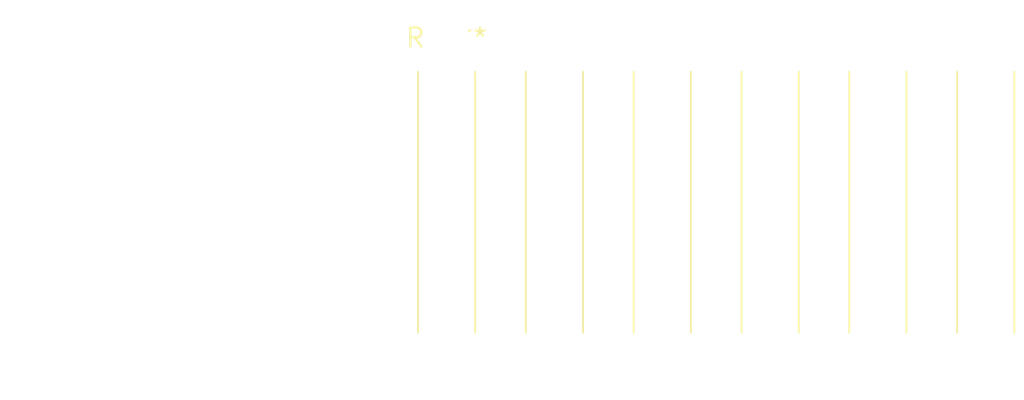
<source format=kicad_pcb>
(kicad_pcb (version 20240108) (generator pcbnew)
  (layers (0 "F.Cu" signal) (31 "B.Cu" signal) (34 "B.Paste" user) (35 "F.Paste" user) (36 "B.SilkS" user "B.Silkscreen") (37 "F.SilkS" user "F.Silkscreen") (38 "B.Mask" user) (39 "F.Mask" user) (44 "Edge.Cuts" user))
  (net 0 "")
  (footprint "SolderWire-2.5sqmm_1x06_P7.2mm_D2.4mm_OD3.6mm_Relief" (layer "F.Cu") (at 0 0)
    (property "Reference" "REF**")
    (property "Value" "SolderWire-2.5sqmm_1x06_P7.2mm_D2.4mm_OD3.6mm_Relief")
    (fp_line (start -1.91 2.26) (end -1.91 19.69) (layer "F.SilkS") (stroke (width 0.12)))
    (fp_line (start 1.91 2.26) (end 1.91 19.69) (layer "F.SilkS") (stroke (width 0.12)))
    (fp_line (start 5.29 2.26) (end 5.29 19.69) (layer "F.SilkS") (stroke (width 0.12)))
    (fp_line (start 9.11 2.26) (end 9.11 19.69) (layer "F.SilkS") (stroke (width 0.12)))
    (fp_line (start 12.49 2.26) (end 12.49 19.69) (layer "F.SilkS") (stroke (width 0.12)))
    (fp_line (start 16.31 2.26) (end 16.31 19.69) (layer "F.SilkS") (stroke (width 0.12)))
    (fp_line (start 19.69 2.26) (end 19.69 19.69) (layer "F.SilkS") (stroke (width 0.12)))
    (fp_line (start 23.51 2.26) (end 23.51 19.69) (layer "F.SilkS") (stroke (width 0.12)))
    (fp_line (start 26.89 2.26) (end 26.89 19.69) (layer "F.SilkS") (stroke (width 0.12)))
    (fp_line (start 30.71 2.26) (end 30.71 19.69) (layer "F.SilkS") (stroke (width 0.12)))
    (fp_line (start 34.09 2.26) (end 34.09 19.69) (layer "F.SilkS") (stroke (width 0.12)))
    (fp_line (start 37.91 2.26) (end 37.91 19.69) (layer "F.SilkS") (stroke (width 0.12)))
    (pad "" np_thru_hole circle (at 0 21.6) (size 4.1 4.1) (drill 4.1) (layers *.Cu *.Mask))
    (pad "" np_thru_hole circle (at 7.2 21.6) (size 4.1 4.1) (drill 4.1) (layers *.Cu *.Mask))
    (pad "" np_thru_hole circle (at 14.4 21.6) (size 4.1 4.1) (drill 4.1) (layers *.Cu *.Mask))
    (pad "" np_thru_hole circle (at 21.6 21.6) (size 4.1 4.1) (drill 4.1) (layers *.Cu *.Mask))
    (pad "" np_thru_hole circle (at 28.8 21.6) (size 4.1 4.1) (drill 4.1) (layers *.Cu *.Mask))
    (pad "" np_thru_hole circle (at 36 21.6) (size 4.1 4.1) (drill 4.1) (layers *.Cu *.Mask))
    (pad "1" thru_hole roundrect (at 0 0) (size 4 4) (drill 3) (layers *.Cu *.Mask) (remove_unused_layers) (roundrect_rratio 0.0625))
    (pad "2" thru_hole circle (at 7.2 0) (size 4 4) (drill 3) (layers *.Cu *.Mask) (remove_unused_layers))
    (pad "3" thru_hole circle (at 14.4 0) (size 4 4) (drill 3) (layers *.Cu *.Mask) (remove_unused_layers))
    (pad "4" thru_hole circle (at 21.6 0) (size 4 4) (drill 3) (layers *.Cu *.Mask) (remove_unused_layers))
    (pad "5" thru_hole circle (at 28.8 0) (size 4 4) (drill 3) (layers *.Cu *.Mask) (remove_unused_layers))
    (pad "6" thru_hole circle (at 36 0) (size 4 4) (drill 3) (layers *.Cu *.Mask) (remove_unused_layers))
  )
)
</source>
